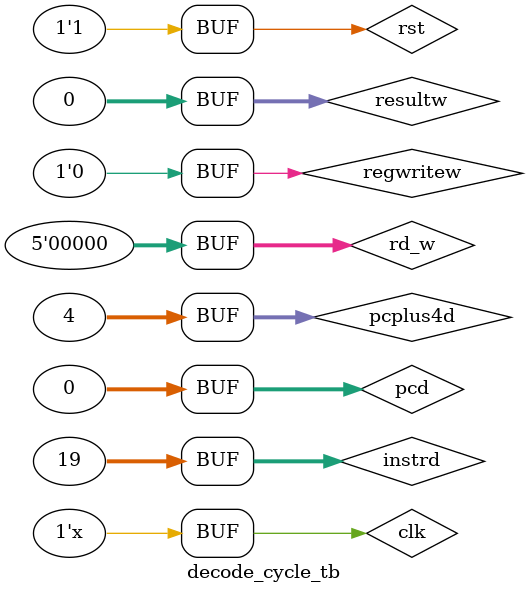
<source format=v>
`timescale 1ns / 1ps

`timescale 1ns / 1ps

module alu_decoder(
    input [1:0] aluop,
    input [2:0] funct3,
    input [6:0] funct7, op,
    output [2:0] alucontrol
);

    reg [2:0] alucontrol_r;
    assign alucontrol = alucontrol_r;

    always @(*) begin
        case (aluop)
            2'b00: alucontrol_r = 3'b000; // Load/Store = ADD
            2'b01: alucontrol_r = 3'b001; // Branch = SUB
            2'b10: begin
                case (funct3)
                    3'b000: alucontrol_r = (funct7[5] == 1 && op[5] == 1) ? 3'b001 : 3'b000; // ADD/SUB
                    3'b010: alucontrol_r = 3'b101; // SLT
                    3'b110: alucontrol_r = 3'b011; // OR
                    3'b111: alucontrol_r = 3'b010; // AND
                    default: alucontrol_r = 3'b000;
                endcase
            end
            default: alucontrol_r = 3'b000;
        endcase
    end
endmodule


//====================== Main Decoder =====================
module main_decoder(
    input [6:0] op,
    output reg regwrite, alusrc, memwrite, branch,
    output reg [1:0] immsrc, resultsrc,
    output reg [1:0] aluop
);

always @(*) begin
    case (op)
        7'b0000011: begin // Load (LW)
            regwrite = 1; alusrc = 1; memwrite = 0;
            resultsrc = 2'b01; branch = 0; aluop = 2'b00; immsrc = 2'b00;
        end
        7'b0100011: begin // Store (SW)
            regwrite = 0; alusrc = 1; memwrite = 1;
            resultsrc = 2'b00; branch = 0; aluop = 2'b00; immsrc = 2'b01;
        end
        7'b1100011: begin // Branch (BEQ)
            regwrite = 0; alusrc = 0; memwrite = 0;
            resultsrc = 2'b00; branch = 1; aluop = 2'b01; immsrc = 2'b10;
        end
        7'b0110011: begin // R-type (ADD/SUB)
            regwrite = 1; alusrc = 0; memwrite = 0;
            resultsrc = 2'b00; branch = 0; aluop = 2'b10; immsrc = 2'b00;
        end
        7'b0010011: begin // I-type ALU (ADDI, SLTI, etc.)
            regwrite = 1; alusrc = 1; memwrite = 0;
            resultsrc = 2'b00; branch = 0; aluop = 2'b00; immsrc = 2'b00;
        end
        default: begin
            regwrite = 0; alusrc = 0; memwrite = 0;
            resultsrc = 2'b00; branch = 0; aluop = 2'b00; immsrc = 2'b00;
        end
    endcase
end
endmodule


//====================== Control Unit Top =====================
module control_unit_top(
    input [6:0] op, funct7,
    input [2:0] funct3,
    output regwrite, alusrc, memwrite, branch,
    output [1:0] immsrc, resultsrce,
    output [2:0] alucontrol
);

    wire [1:0] aluop;
    wire [1:0] resultsrc_wire;

    main_decoder md (
        .op(op),
        .regwrite(regwrite),
        .alusrc(alusrc),
        .memwrite(memwrite),
        .resultsrc(resultsrc_wire),
        .branch(branch),
        .aluop(aluop),
        .immsrc(immsrc)
    );

    alu_decoder ad (
        .aluop(aluop),
        .funct3(funct3),
        .funct7(funct7),
        .op(op),
        .alucontrol(alucontrol)
    );

    assign resultsrce = resultsrc_wire; // ✅ fix

endmodule

//====================== Register File =====================
module register_file(clk, rst, we3, wd3, a1, a2, a3, rd1, rd2);
    input clk, rst, we3;
    input [4:0] a1, a2, a3;
    input [31:0] wd3;
    output [31:0] rd1, rd2;

    reg [31:0] register[0:31];

    always @(posedge clk)
        if (we3 && a3 != 5'd0)
            register[a3] <= wd3;

    assign rd1 = (rst == 0) ? 32'd0 : register[a1];
    assign rd2 = (rst == 0) ? 32'd0 : register[a2];

    initial begin
        register[0] = 32'd0;   register[1] = 32'd5;
        register[2] = 32'd10;  register[3] = 32'd15;
        register[4] = 32'd100; register[5] = 32'd200;
        register[6] = 32'd1;   register[7] = 32'd2;
        register[8] = 32'd4;   register[9] = 32'd8;
        register[10] = 32'hFF; register[11] = 32'hFFF;
        register[12] = 32'hFFFF;
    end
endmodule

//====================== Sign Extend =====================
module sign_extend(in, immsrc, imm_ext);
    input [31:0] in;
    input [1:0] immsrc;
    output [31:0] imm_ext;

    assign imm_ext = (immsrc == 2'b00) ? {{20{in[31]}}, in[31:20]} :
                     (immsrc == 2'b01) ? {{20{in[31]}}, in[31:25], in[11:7]} :
                     (immsrc == 2'b10) ? {{20{in[31]}}, in[7], in[30:25], in[11:8], 1'b0} :
                     32'b0;
endmodule

//====================== Decode Cycle =====================
module decode_cycle(
    input clk, rst, regwritew,
    input [4:0] rd_w,
    input [31:0] instrd, pcd, pcplus4d, resultw,
    output regwritee, alusrce, memwritee, branche,
    output [1:0] resultsrce, immsrce,
    output [2:0] alucontrole,
    output [31:0] rd1_e, rd2_e, imm_exte,
    output [31:0] pce, pcplus4e,
    output [4:0] rd_e, rs1_e, rs2_e
);

    // Intermediate signals
    wire regwrited, alusrcd, memwrited, branchd;
    wire [1:0] resultsrcd, immsrcd;
    wire [2:0] alucontrold;
    wire [31:0] rd1_d, rd2_d, imm_extd;

    // Output registers
    reg regwrited_r, alusrcd_r, memwrited_r, branchd_r;
    reg [1:0] resultsrcd_r;
    reg [2:0] alucontrold_r;
    reg [31:0] rd1_d_r, rd2_d_r, imm_extd_r;
    reg [4:0] rd_d_r, rs1_d_r, rs2_d_r;
    reg [31:0] pcd_r, pcplus4d_r;

    control_unit_top control_unit (
        .op(instrd[6:0]),
        .funct3(instrd[14:12]),
        .funct7(instrd[31:25]),
        .regwrite(regwrited),
        .alusrc(alusrcd),
        .memwrite(memwrited),
        .resultsrce(resultsrcd), // ✅ fixed
        .branch(branchd),
        .immsrc(immsrcd),
        .alucontrol(alucontrold)
    );

    register_file regfile (
        .clk(clk),
        .rst(rst),
        .we3(regwritew),
        .wd3(resultw),
        .a1(instrd[19:15]),
        .a2(instrd[24:20]),
        .a3(rd_w),
        .rd1(rd1_d),
        .rd2(rd2_d)
    );

    sign_extend signext (
        .in(instrd),
        .immsrc(immsrcd),
        .imm_ext(imm_extd)
    );

    // Clocked stage registers
    always @(posedge clk or negedge rst) begin
        if (!rst) begin
            regwrited_r <= 0; alusrcd_r <= 0; memwrited_r <= 0; resultsrcd_r <= 0;
            branchd_r <= 0; alucontrold_r <= 0;
            rd1_d_r <= 0; rd2_d_r <= 0; imm_extd_r <= 0; rd_d_r <= 0;
            rs1_d_r <= 0; rs2_d_r <= 0;
            pcd_r <= 0; pcplus4d_r <= 0;
        end else begin
            regwrited_r <= regwrited; alusrcd_r <= alusrcd; memwrited_r <= memwrited;
            resultsrcd_r <= resultsrcd; branchd_r <= branchd;
            alucontrold_r <= alucontrold;
            rd1_d_r <= rd1_d; rd2_d_r <= rd2_d; imm_extd_r <= imm_extd;
            rd_d_r <= instrd[11:7];
            rs1_d_r <= instrd[19:15];
            rs2_d_r <= instrd[24:20];
            pcd_r <= pcd; pcplus4d_r <= pcplus4d;
        end
    end

    // Output assignments
    assign regwritee = regwrited_r;
    assign alusrce = alusrcd_r;
    assign memwritee = memwrited_r;
    assign resultsrce = resultsrcd_r;
    assign branche = branchd_r;
    assign alucontrole = alucontrold_r;
    assign rd1_e = rd1_d_r;
    assign rd2_e = rd2_d_r;
    assign imm_exte = imm_extd_r;
    assign rd_e = rd_d_r;
    assign rs1_e = rs1_d_r;
    assign rs2_e = rs2_d_r;
    assign pce = pcd_r;
    assign pcplus4e = pcplus4d_r;
    assign immsrce = immsrcd;

endmodule


//declare test bench code for simulation
//------------------- TESTBENCH FOR DECODE CYCLE -------------------
`timescale 1ns/1ps
module decode_cycle_tb;

  reg clk, rst;
  reg regwritew;
  reg [4:0] rd_w;
  reg [31:0] instrd, pcd, pcplus4d, resultw;
  wire [4:0] rd_e;
  wire regwritee, alusrce, memwritee, branche;
  wire [1:0] resultsrce;
  wire [2:0] alucontrole;
  wire [31:0] rd1_e, rd2_e, imm_exte, pce, pcplus4e;
  wire [4:0]  rs1_e,rs2_e;

  // Instantiate the unit under test (UUT)
  decode_cycle uut (
    .clk(clk),
    .rst(rst),
    .instrd(instrd),
    .pcd(pcd),
    .pcplus4d(pcplus4d),
    .regwritew(regwritew),
    .rd_w(rd_w),
    .resultw(resultw),
    .regwritee(regwritee),
    .alusrce(alusrce),
    .memwritee(memwritee),
    .resultsrce(resultsrce),
    .branche(branche),
    .alucontrole(alucontrole),
    .rd1_e(rd1_e),
    .rd2_e(rd2_e),
    .imm_exte(imm_exte),
    .rd_e(rd_e),
    .rs1_e(rs1_e),.rs2_e(rs2_e),
    .pce(pce),
    .pcplus4e(pcplus4e)
  );

  // Clock generation
  always #5 clk = ~clk;

  // Monitor key signals
  initial begin
    $dumpfile("decode_cycle.vcd");
    $dumpvars(0, decode_cycle_tb);

    $monitor("T=%0t | instrd=%h | rd1_e=%h | rd2_e=%h | alucontrole=%b | regwritee=%b", 
              $time, instrd, rd1_e, rd2_e, alucontrole, regwritee);
  end

  // Stimulus
  initial begin
    clk = 0;
    rst = 0;
    regwritew = 0;
    rd_w = 5'd0;
    resultw = 32'h0;
    instrd = 32'h00000013; // ADDI x0, x0, 0
    pcd = 32'h00000000;
    pcplus4d = 32'h00000004;

    rst = 0;
    #5;
    rst=1;
/*
    // Test case 1: ADD x1, x2, x3 (R-type)
    #20 instrd = 32'b0000000_00011_00010_000_00001_0110011; // add x1, x2, x3

    // Test case 2: AND x4, x5, x6
    #20 instrd = 32'b0000000_00110_00101_111_00100_0110011; // and x4, x5, x6

    // Test case 3: OR x7, x8, x9
    #20 instrd = 32'b0000000_01001_01000_110_00111_0110011; // or x7, x8, x9

    // Test case 4: SUB x10, x11, x12
    #20 instrd = 32'b0100000_01100_01011_000_01010_0110011; // sub x10, x11, x12

    // Extra NOP to latch last values
    #20 instrd = 32'h00000013; // ADDI x0, x0, 0 (NOP)

    #20 $finish;
    */
  end

endmodule


</source>
